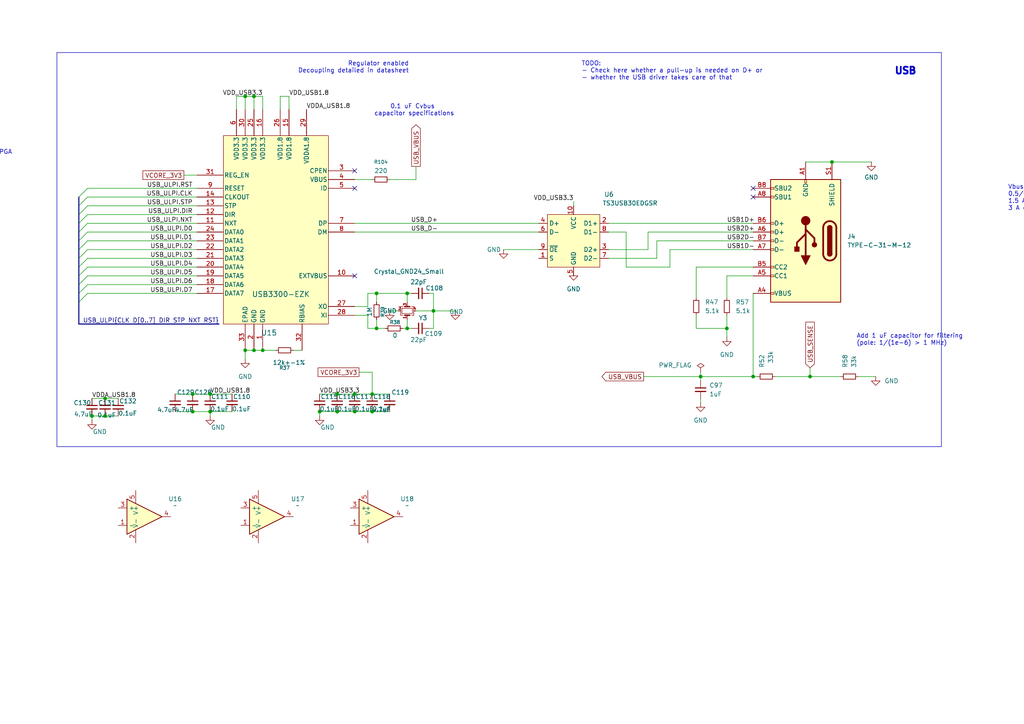
<source format=kicad_sch>
(kicad_sch (version 20250114) (generator "eeschema") (generator_version "9.0")
  (paper "A4")
  (lib_symbols
    (symbol "COS3201:COS3201"
      (property "Reference" "U" (at -1.27 -1.524 0))
      (symbol "COS3201_0_1"
        (polyline (pts (xy -10.16 5.08) (xy 0 0) (xy -10.16 -5.08) (xy -10.16 5.08)) (stroke (width 0.254)) (fill (type background)))
      )
      (symbol "COS3201_1_1"
        (pin input line (at -12.7 2.54 0) (length 2.54) (name "+") (number "3"))
        (pin input line (at -12.7 -2.54 0) (length 2.54) (name "-") (number "1"))
        (pin power_in line (at -7.62 7.62 270) (length 3.81) (name "V+") (number "5"))
        (pin power_in line (at -7.62 -7.62 90) (length 3.81) (name "V-") (number "2"))
        (pin open_collector line (at 2.54 0 180) (length 2.54) (name "~") (number "4"))
      )
    )
    (symbol "Connector:USB_C_Receptacle_USB2.0_16P" (pin_names (offset 1.016))
      (property "Reference" "J" (at 0 22.225 0))
      (property "Value" "USB_C_Receptacle_USB2.0_16P" (at 0 19.685 0))
      (symbol "USB_C_Receptacle_USB2.0_16P_0_0"
        (rectangle (start -0.254 -17.78) (end 0.254 -16.764))
        (rectangle (start 10.16 15.494) (end 9.144 14.986))
        (rectangle (start 10.16 10.414) (end 9.144 9.906))
        (rectangle (start 10.16 7.874) (end 9.144 7.366))
        (rectangle (start 10.16 2.794) (end 9.144 2.286))
        (rectangle (start 10.16 0.254) (end 9.144 -0.254))
        (rectangle (start 10.16 -2.286) (end 9.144 -2.794))
        (rectangle (start 10.16 -4.826) (end 9.144 -5.334))
        (rectangle (start 10.16 -12.446) (end 9.144 -12.954))
        (rectangle (start 10.16 -14.986) (end 9.144 -15.494))
      )
      (symbol "USB_C_Receptacle_USB2.0_16P_0_1"
        (rectangle (start -10.16 17.78) (end 10.16 -17.78) (stroke (width 0.254)) (fill (type background)))
        (polyline (pts (xy -8.89 -3.81) (xy -8.89 3.81)) (stroke (width 0.508)))
        (rectangle (start -7.62 -3.81) (end -6.35 3.81) (stroke (width 0.254)) (fill (type outline)))
        (arc (start -7.62 3.81) (mid -6.985 4.4423) (end -6.35 3.81) (stroke (width 0.254)))
        (arc (start -7.62 3.81) (mid -6.985 4.4423) (end -6.35 3.81) (stroke (width 0.254)) (fill (type outline)))
        (arc (start -8.89 3.81) (mid -6.985 5.7067) (end -5.08 3.81) (stroke (width 0.508)))
        (arc (start -5.08 -3.81) (mid -6.985 -5.7067) (end -8.89 -3.81) (stroke (width 0.508)))
        (arc (start -6.35 -3.81) (mid -6.985 -4.4423) (end -7.62 -3.81) (stroke (width 0.254)))
        (arc (start -6.35 -3.81) (mid -6.985 -4.4423) (end -7.62 -3.81) (stroke (width 0.254)) (fill (type outline)))
        (polyline (pts (xy -5.08 3.81) (xy -5.08 -3.81)) (stroke (width 0.508)))
        (circle (center -2.54 1.143) (radius 0.635) (stroke (width 0.254)) (fill (type outline)))
        (polyline (pts (xy -1.27 4.318) (xy 0 6.858) (xy 1.27 4.318) (xy -1.27 4.318)) (stroke (width 0.254)) (fill (type outline)))
        (polyline (pts (xy 0 -2.032) (xy 2.54 0.508) (xy 2.54 1.778)) (stroke (width 0.508)))
        (polyline (pts (xy 0 -3.302) (xy -2.54 -0.762) (xy -2.54 0.508)) (stroke (width 0.508)))
        (polyline (pts (xy 0 -5.842) (xy 0 4.318)) (stroke (width 0.508)))
        (circle (center 0 -5.842) (radius 1.27) (fill (type outline)))
        (rectangle (start 1.905 1.778) (end 3.175 3.048) (stroke (width 0.254)) (fill (type outline)))
      )
      (symbol "USB_C_Receptacle_USB2.0_16P_1_1"
        (pin passive line (at -7.62 -22.86 90) (length 5.08) (name "SHIELD") (number "S1"))
        (pin passive line (at 0 -22.86 90) (length 5.08) (name "GND") (number "A1"))
        (pin passive line (at 0 -22.86 90) (length 5.08) (hide yes) (name "GND") (number "A12"))
        (pin passive line (at 0 -22.86 90) (length 5.08) (hide yes) (name "GND") (number "B1"))
        (pin passive line (at 0 -22.86 90) (length 5.08) (hide yes) (name "GND") (number "B12"))
        (pin passive line (at 15.24 15.24 180) (length 5.08) (name "VBUS") (number "A4"))
        (pin passive line (at 15.24 15.24 180) (length 5.08) (hide yes) (name "VBUS") (number "A9"))
        (pin passive line (at 15.24 15.24 180) (length 5.08) (hide yes) (name "VBUS") (number "B4"))
        (pin passive line (at 15.24 15.24 180) (length 5.08) (hide yes) (name "VBUS") (number "B9"))
        (pin bidirectional line (at 15.24 10.16 180) (length 5.08) (name "CC1") (number "A5"))
        (pin bidirectional line (at 15.24 7.62 180) (length 5.08) (name "CC2") (number "B5"))
        (pin bidirectional line (at 15.24 2.54 180) (length 5.08) (name "D-") (number "A7"))
        (pin bidirectional line (at 15.24 0 180) (length 5.08) (name "D-") (number "B7"))
        (pin bidirectional line (at 15.24 -2.54 180) (length 5.08) (name "D+") (number "A6"))
        (pin bidirectional line (at 15.24 -5.08 180) (length 5.08) (name "D+") (number "B6"))
        (pin bidirectional line (at 15.24 -12.7 180) (length 5.08) (name "SBU1") (number "A8"))
        (pin bidirectional line (at 15.24 -15.24 180) (length 5.08) (name "SBU2") (number "B8"))
      )
    )
    (symbol "Device:C_Small" (pin_numbers (hide yes)) (pin_names (offset 0.254) (hide yes))
      (property "Reference" "C" (at 0.254 1.778 0))
      (property "Value" "C_Small" (at 0.254 -2.032 0))
      (symbol "C_Small_0_1"
        (polyline (pts (xy -1.524 0.508) (xy 1.524 0.508)) (stroke (width 0.3048)))
        (polyline (pts (xy -1.524 -0.508) (xy 1.524 -0.508)) (stroke (width 0.3302)))
      )
      (symbol "C_Small_1_1"
        (pin passive line (at 0 2.54 270) (length 2.032) (name "~") (number "1"))
        (pin passive line (at 0 -2.54 90) (length 2.032) (name "~") (number "2"))
      )
    )
    (symbol "Device:Crystal_GND24_Small" (pin_names (offset 1.016) (hide yes))
      (property "Reference" "Y" (at 1.27 4.445 0))
      (property "Value" "Crystal_GND24_Small" (at 1.27 2.54 0))
      (symbol "Crystal_GND24_Small_0_1"
        (polyline (pts (xy -1.27 1.27) (xy -1.27 1.905) (xy 1.27 1.905) (xy 1.27 1.27)))
        (polyline (pts (xy -1.27 -0.762) (xy -1.27 0.762)) (stroke (width 0.381)))
        (polyline (pts (xy -1.27 -1.27) (xy -1.27 -1.905) (xy 1.27 -1.905) (xy 1.27 -1.27)))
        (rectangle (start -0.762 -1.524) (end 0.762 1.524))
        (polyline (pts (xy 1.27 -0.762) (xy 1.27 0.762)) (stroke (width 0.381)))
      )
      (symbol "Crystal_GND24_Small_1_1"
        (pin passive line (at -2.54 0 0) (length 1.27) (name "1") (number "1"))
        (pin passive line (at 0 2.54 270) (length 0.635) (name "4") (number "4"))
        (pin passive line (at 0 -2.54 90) (length 0.635) (name "2") (number "2"))
        (pin passive line (at 2.54 0 180) (length 1.27) (name "3") (number "3"))
      )
    )
    (symbol "Device:R_Small" (pin_numbers (hide yes)) (pin_names (offset 0.254) (hide yes))
      (property "Reference" "R" (at 0 0 90))
      (property "Value" "R_Small" (at 1.778 0 90))
      (symbol "R_Small_0_1"
        (rectangle (start -0.762 1.778) (end 0.762 -1.778) (stroke (width 0.2032)))
      )
      (symbol "R_Small_1_1"
        (pin passive line (at 0 2.54 270) (length 0.762) (name "~") (number "1"))
        (pin passive line (at 0 -2.54 90) (length 0.762) (name "~") (number "2"))
      )
    )
    (symbol "Interface_USB:TS3USB30EDGSR"
      (property "Reference" "U" (at -6.35 8.89 0))
      (property "Value" "TS3USB30EDGSR" (at 8.89 8.89 0))
      (symbol "TS3USB30EDGSR_1_1"
        (rectangle (start -7.62 7.62) (end 7.62 -7.62) (fill (type background)))
        (pin bidirectional line (at -10.16 5.08 0) (length 2.54) (name "D+") (number "4"))
        (pin bidirectional line (at -10.16 2.54 0) (length 2.54) (name "D-") (number "6"))
        (pin input line (at -10.16 -2.54 0) (length 2.54) (name "~{OE}") (number "9"))
        (pin input line (at -10.16 -5.08 0) (length 2.54) (name "S") (number "1"))
        (pin power_in line (at 0 10.16 270) (length 2.54) (name "VCC") (number "10"))
        (pin power_in line (at 0 -10.16 90) (length 2.54) (name "GND") (number "5"))
        (pin bidirectional line (at 10.16 5.08 180) (length 2.54) (name "D1+") (number "2"))
        (pin bidirectional line (at 10.16 2.54 180) (length 2.54) (name "D1-") (number "8"))
        (pin bidirectional line (at 10.16 -2.54 180) (length 2.54) (name "D2+") (number "3"))
        (pin bidirectional line (at 10.16 -5.08 180) (length 2.54) (name "D2-") (number "7"))
      )
    )
    (symbol "USB3300-EZK:USB3300-EZK" (pin_names (offset 0.254))
      (property "Reference" "U" (at 38.1 10.16 0))
      (property "Value" "USB3300-EZK" (at 5.334 8.636 0))
      (symbol "USB3300-EZK_0_1"
        (pin output line (at 13.97 -6.35 0) (length 7.62) (name "CPEN") (number "3"))
        (pin bidirectional line (at 13.97 -8.89 0) (length 7.62) (name "VBUS") (number "4"))
        (pin input line (at 13.97 -11.43 0) (length 7.62) (name "ID") (number "5"))
        (pin bidirectional line (at 13.97 -21.59 0) (length 7.62) (name "DP") (number "7"))
        (pin bidirectional line (at 13.97 -24.13 0) (length 7.62) (name "DM") (number "8"))
        (pin input line (at 13.97 -36.83 0) (length 7.62) (name "EXTVBUS") (number "10"))
        (pin output line (at 13.97 -45.72 0) (length 7.62) (name "XO") (number "27"))
        (pin input line (at 13.97 -48.26 0) (length 7.62) (name "XI") (number "28"))
        (pin power_in line (at 27.94 11.43 270) (length 7.62) (name "VDDA1.8") (number "29"))
        (pin unspecified line (at 29.21 -58.42 90) (length 7.62) (name "RBIAS") (number "32"))
        (pin power_in line (at 33.02 11.43 270) (length 7.62) (name "VDD1.8") (number "15"))
        (pin power_in line (at 35.56 11.43 270) (length 7.62) (name "VDD1.8") (number "26"))
        (pin power_in line (at 40.64 11.43 270) (length 7.62) (name "VDD3.3") (number "16"))
        (pin power_in line (at 40.64 -58.42 90) (length 7.62) (name "GND") (number "1"))
        (pin power_in line (at 43.18 11.43 270) (length 7.62) (name "VDD3.3") (number "25"))
        (pin power_in line (at 43.18 -58.42 90) (length 7.62) (name "GND") (number "2"))
        (pin power_in line (at 45.72 11.43 270) (length 7.62) (name "VDD3.3") (number "30"))
        (pin unspecified line (at 45.72 -58.42 90) (length 7.62) (name "EPAD") (number "33"))
        (pin power_in line (at 48.26 11.43 270) (length 7.62) (name "VDD3.3") (number "6"))
        (pin bidirectional line (at 59.69 -7.62 180) (length 7.62) (name "REG_EN") (number "31"))
        (pin input line (at 59.69 -11.43 180) (length 7.62) (name "RESET") (number "9"))
        (pin output line (at 59.69 -13.97 180) (length 7.62) (name "CLKOUT") (number "14"))
        (pin input line (at 59.69 -16.51 180) (length 7.62) (name "STP") (number "13"))
        (pin output line (at 59.69 -19.05 180) (length 7.62) (name "DIR") (number "12"))
        (pin output line (at 59.69 -21.59 180) (length 7.62) (name "NXT") (number "11"))
        (pin bidirectional line (at 59.69 -24.13 180) (length 7.62) (name "DATA0") (number "24"))
        (pin bidirectional line (at 59.69 -26.67 180) (length 7.62) (name "DATA1") (number "23"))
        (pin bidirectional line (at 59.69 -29.21 180) (length 7.62) (name "DATA2") (number "22"))
        (pin bidirectional line (at 59.69 -31.75 180) (length 7.62) (name "DATA3") (number "21"))
        (pin bidirectional line (at 59.69 -34.29 180) (length 7.62) (name "DATA4") (number "20"))
        (pin bidirectional line (at 59.69 -36.83 180) (length 7.62) (name "DATA5") (number "19"))
        (pin bidirectional line (at 59.69 -39.37 180) (length 7.62) (name "DATA6") (number "18"))
        (pin bidirectional line (at 59.69 -41.91 180) (length 7.62) (name "DATA7") (number "17"))
      )
      (symbol "USB3300-EZK_1_1"
        (rectangle (start 21.59 3.81) (end 52.07 -50.8) (fill (type background)))
      )
    )
    (symbol "power:GND" (power) (pin_numbers (hide yes)) (pin_names (offset 0) (hide yes))
      (property "Value" "GND" (at 0 -3.81 0))
      (symbol "GND_0_1"
        (polyline (pts (xy 0 0) (xy 0 -1.27) (xy 1.27 -1.27) (xy 0 -2.54) (xy -1.27 -1.27) (xy 0 -1.27)))
      )
      (symbol "GND_1_1"
        (pin power_in line (at 0 0 270) (length 0) (name "~") (number "1"))
      )
    )
    (symbol "power:PWR_FLAG" (power) (pin_numbers (hide yes)) (pin_names (offset 0) (hide yes))
      (property "Value" "PWR_FLAG" (at 0 3.81 0))
      (symbol "PWR_FLAG_0_0"
        (pin power_out line (at 0 0 90) (length 0) (name "~") (number "1"))
      )
      (symbol "PWR_FLAG_0_1"
        (polyline (pts (xy 0 0) (xy 0 1.27) (xy -1.016 1.905) (xy 0 2.54) (xy 1.016 1.905) (xy 0 1.27)))
      )
    )
  )
  (rectangle (start 16.51 15.24) (end 273.05 129.54))
  (text "Vbus sensing: \n0.5/0.9 A @ 5V: Rsource = 51 kOhm, Vdiv = 0.45 V\n1.5 A @ 5V: Rsource = 22 kOhm, Vdiv = 0.94 V\n3 A @ 5V: Rsource = 10 kOhm, Vdiv = 1.69 V" (at 292.354 61.214 0) (effects (font (size 1.27 1.27)) (justify left bottom)))
  (text "Add 1 uF capacitor for filtering \n(pole: 1/(1e-6) > 1 MHz)" (at 248.412 100.33 0) (effects (font (size 1.27 1.27)) (justify left bottom)))
  (text "0.1 uF Cvbus \ncapacitor specifications" (at 120.142 32.004 0) (effects (font (size 1.27 1.27))))
  (text "FETs / Diodes: reverse current flow protection of FPGA" (at -50.546 44.958 0) (effects (font (size 1.27 1.27)) (justify left bottom)))
  (text "TODO: \n- Check here whether a pull-up is needed on D+ or \n- whether the USB driver takes care of that" (at 168.656 23.368 0) (effects (font (size 1.27 1.27)) (justify left bottom)))
  (text "Regulator enabled\nDecoupling detailed in datasheet" (at 118.618 21.336 0) (effects (font (size 1.27 1.27)) (justify right bottom)))
  (text_box "USB\n" (at 257.81 17.78 0) (size 10.16 5.08) (margins 1.4999 1.4999 1.4999 1.4999) (stroke (width -0.0001)) (effects (font (size 2 2) (thickness 2) (bold yes)) (justify left top)))
  (junction (at 71.12 101.6))
  (junction (at 26.67 120.65))
  (junction (at 210.82 95.25))
  (junction (at 102.87 114.3))
  (junction (at 234.95 109.22))
  (junction (at 92.71 119.38))
  (junction (at 107.95 119.38))
  (junction (at 60.96 114.3))
  (junction (at 109.22 95.25))
  (junction (at 30.48 120.65))
  (junction (at 125.73 90.17))
  (junction (at 97.79 114.3))
  (junction (at 76.2 101.6))
  (junction (at 107.95 114.3))
  (junction (at 118.11 95.25))
  (junction (at 118.11 85.09))
  (junction (at 241.3 46.99))
  (junction (at 55.88 119.38))
  (junction (at 109.22 85.09))
  (junction (at 73.66 101.6))
  (junction (at 30.48 115.57))
  (junction (at 55.88 114.3))
  (junction (at 71.12 27.94))
  (junction (at 73.66 27.94))
  (junction (at 102.87 119.38))
  (junction (at 218.44 109.22))
  (junction (at 60.96 119.38))
  (junction (at 203.2 109.22))
  (junction (at 97.79 119.38))
  (no_connect (at 218.44 54.61))
  (no_connect (at 218.44 57.15))
  (no_connect (at 102.87 49.53))
  (no_connect (at 102.87 80.01))
  (no_connect (at 102.87 54.61))
  (bus_entry (at 25.4 62.23) (size -2.54 2.54))
  (bus_entry (at 25.4 82.55) (size -2.54 2.54))
  (bus_entry (at 25.4 57.15) (size -2.54 2.54))
  (bus_entry (at 25.4 72.39) (size -2.54 2.54))
  (bus_entry (at 25.4 67.31) (size -2.54 2.54))
  (bus_entry (at 25.4 80.01) (size -2.54 2.54))
  (bus_entry (at 25.4 64.77) (size -2.54 2.54))
  (bus_entry (at 25.4 54.61) (size -2.54 2.54))
  (bus_entry (at 25.4 59.69) (size -2.54 2.54))
  (bus_entry (at 25.4 74.93) (size -2.54 2.54))
  (bus_entry (at 25.4 69.85) (size -2.54 2.54))
  (bus_entry (at 25.4 85.09) (size -2.54 2.54))
  (bus_entry (at 25.4 77.47) (size -2.54 2.54))
  (wire (pts (xy 106.68 85.09) (xy 106.68 88.9)))
  (wire (pts (xy 92.71 119.38) (xy 97.79 119.38)))
  (wire (pts (xy 55.88 119.38) (xy 60.96 119.38)))
  (wire (pts (xy 57.15 82.55) (xy 25.4 82.55)))
  (wire (pts (xy 176.53 74.93) (xy 190.5 74.93)))
  (wire (pts (xy 55.88 114.3) (xy 60.96 114.3)))
  (wire (pts (xy 30.48 115.57) (xy 34.29 115.57)))
  (wire (pts (xy 26.67 120.65) (xy 26.67 121.92)))
  (wire (pts (xy 73.66 27.94) (xy 73.66 31.75)))
  (bus (pts (xy 22.86 87.63) (xy 22.86 85.09)))
  (wire (pts (xy 60.96 114.3) (xy 67.31 114.3)))
  (wire (pts (xy 166.37 59.69) (xy 166.37 58.42)))
  (wire (pts (xy 97.79 119.38) (xy 102.87 119.38)))
  (wire (pts (xy 76.2 101.6) (xy 73.66 101.6)))
  (wire (pts (xy 30.48 120.65) (xy 34.29 120.65)))
  (wire (pts (xy 102.87 64.77) (xy 156.21 64.77)))
  (wire (pts (xy 68.58 27.94) (xy 68.58 31.75)))
  (bus (pts (xy 22.86 93.98) (xy 22.86 87.63)))
  (bus (pts (xy 22.86 59.69) (xy 22.86 62.23)))
  (wire (pts (xy 125.73 95.25) (xy 124.46 95.25)))
  (wire (pts (xy 176.53 64.77) (xy 218.44 64.77)))
  (wire (pts (xy 234.95 109.22) (xy 243.84 109.22)))
  (wire (pts (xy 186.69 109.22) (xy 203.2 109.22)))
  (wire (pts (xy 57.15 50.8) (xy 53.34 50.8)))
  (wire (pts (xy 57.15 59.69) (xy 25.4 59.69)))
  (wire (pts (xy 57.15 64.77) (xy 25.4 64.77)))
  (wire (pts (xy 210.82 95.25) (xy 210.82 97.79)))
  (wire (pts (xy 125.73 90.17) (xy 132.08 90.17)))
  (wire (pts (xy 26.67 120.65) (xy 30.48 120.65)))
  (wire (pts (xy 120.65 48.26) (xy 120.65 52.07)))
  (wire (pts (xy 50.8 119.38) (xy 55.88 119.38)))
  (wire (pts (xy 57.15 80.01) (xy 25.4 80.01)))
  (wire (pts (xy 201.93 77.47) (xy 201.93 86.36)))
  (wire (pts (xy 106.68 88.9) (xy 102.87 88.9)))
  (wire (pts (xy 210.82 80.01) (xy 218.44 80.01)))
  (bus (pts (xy 22.86 69.85) (xy 22.86 67.31)))
  (wire (pts (xy 104.14 107.95) (xy 107.95 107.95)))
  (wire (pts (xy 210.82 91.44) (xy 210.82 95.25)))
  (wire (pts (xy 73.66 27.94) (xy 71.12 27.94)))
  (wire (pts (xy 71.12 27.94) (xy 71.12 31.75)))
  (wire (pts (xy 109.22 92.71) (xy 109.22 95.25)))
  (wire (pts (xy 203.2 109.22) (xy 203.2 107.95)))
  (wire (pts (xy 50.8 114.3) (xy 55.88 114.3)))
  (wire (pts (xy 85.09 101.6) (xy 87.63 101.6)))
  (wire (pts (xy 210.82 80.01) (xy 210.82 86.36)))
  (wire (pts (xy 187.96 72.39) (xy 176.53 72.39)))
  (wire (pts (xy 118.11 95.25) (xy 116.84 95.25)))
  (bus (pts (xy 22.86 72.39) (xy 22.86 69.85)))
  (wire (pts (xy 113.03 52.07) (xy 120.65 52.07)))
  (wire (pts (xy 97.79 114.3) (xy 102.87 114.3)))
  (wire (pts (xy 125.73 90.17) (xy 125.73 95.25)))
  (wire (pts (xy 73.66 101.6) (xy 71.12 101.6)))
  (wire (pts (xy 107.95 107.95) (xy 107.95 114.3)))
  (wire (pts (xy 57.15 77.47) (xy 25.4 77.47)))
  (wire (pts (xy 102.87 67.31) (xy 156.21 67.31)))
  (wire (pts (xy 71.12 27.94) (xy 68.58 27.94)))
  (wire (pts (xy 92.71 120.65) (xy 92.71 119.38)))
  (wire (pts (xy 181.61 67.31) (xy 176.53 67.31)))
  (wire (pts (xy 181.61 77.47) (xy 181.61 67.31)))
  (wire (pts (xy 187.96 67.31) (xy 218.44 67.31)))
  (wire (pts (xy 187.96 72.39) (xy 187.96 67.31)))
  (wire (pts (xy 57.15 57.15) (xy 25.4 57.15)))
  (bus (pts (xy 22.86 80.01) (xy 22.86 77.47)))
  (wire (pts (xy 203.2 115.57) (xy 203.2 116.84)))
  (wire (pts (xy 109.22 85.09) (xy 109.22 87.63)))
  (wire (pts (xy 83.82 27.94) (xy 81.28 27.94)))
  (wire (pts (xy 106.68 91.44) (xy 106.68 95.25)))
  (wire (pts (xy 111.76 95.25) (xy 109.22 95.25)))
  (bus (pts (xy 22.86 85.09) (xy 22.86 82.55)))
  (wire (pts (xy 218.44 109.22) (xy 219.71 109.22)))
  (wire (pts (xy 71.12 101.6) (xy 71.12 104.14)))
  (wire (pts (xy 83.82 27.94) (xy 83.82 31.75)))
  (wire (pts (xy 106.68 91.44) (xy 102.87 91.44)))
  (wire (pts (xy 57.15 85.09) (xy 25.4 85.09)))
  (wire (pts (xy 115.57 90.17) (xy 113.03 90.17)))
  (wire (pts (xy 60.96 119.38) (xy 67.31 119.38)))
  (wire (pts (xy 118.11 85.09) (xy 109.22 85.09)))
  (wire (pts (xy 234.95 109.22) (xy 234.95 106.68)))
  (bus (pts (xy 63.5 93.98) (xy 22.86 93.98)))
  (wire (pts (xy 57.15 62.23) (xy 25.4 62.23)))
  (wire (pts (xy 233.68 46.99) (xy 241.3 46.99)))
  (wire (pts (xy 76.2 27.94) (xy 73.66 27.94)))
  (wire (pts (xy 190.5 74.93) (xy 190.5 69.85)))
  (wire (pts (xy 102.87 114.3) (xy 107.95 114.3)))
  (wire (pts (xy 218.44 85.09) (xy 218.44 109.22)))
  (wire (pts (xy 118.11 85.09) (xy 118.11 87.63)))
  (wire (pts (xy 241.3 46.99) (xy 252.73 46.99)))
  (wire (pts (xy 102.87 119.38) (xy 107.95 119.38)))
  (wire (pts (xy 92.71 114.3) (xy 97.79 114.3)))
  (wire (pts (xy 102.87 52.07) (xy 107.95 52.07)))
  (wire (pts (xy 120.65 90.17) (xy 125.73 90.17)))
  (wire (pts (xy 109.22 95.25) (xy 106.68 95.25)))
  (wire (pts (xy 118.11 92.71) (xy 118.11 95.25)))
  (wire (pts (xy 218.44 77.47) (xy 201.93 77.47)))
  (wire (pts (xy 248.92 109.22) (xy 254 109.22)))
  (wire (pts (xy 201.93 95.25) (xy 210.82 95.25)))
  (bus (pts (xy 22.86 82.55) (xy 22.86 80.01)))
  (wire (pts (xy 119.38 85.09) (xy 118.11 85.09)))
  (wire (pts (xy 194.31 72.39) (xy 194.31 77.47)))
  (wire (pts (xy 203.2 109.22) (xy 218.44 109.22)))
  (wire (pts (xy 224.79 109.22) (xy 234.95 109.22)))
  (wire (pts (xy 26.67 115.57) (xy 30.48 115.57)))
  (wire (pts (xy 194.31 77.47) (xy 181.61 77.47)))
  (wire (pts (xy 107.95 114.3) (xy 113.03 114.3)))
  (wire (pts (xy 107.95 119.38) (xy 113.03 119.38)))
  (wire (pts (xy 57.15 69.85) (xy 25.4 69.85)))
  (wire (pts (xy 146.05 72.39) (xy 156.21 72.39)))
  (wire (pts (xy 80.01 101.6) (xy 76.2 101.6)))
  (wire (pts (xy 57.15 54.61) (xy 25.4 54.61)))
  (wire (pts (xy 194.31 72.39) (xy 218.44 72.39)))
  (wire (pts (xy 60.96 120.65) (xy 60.96 119.38)))
  (wire (pts (xy 125.73 85.09) (xy 125.73 90.17)))
  (wire (pts (xy 190.5 69.85) (xy 218.44 69.85)))
  (wire (pts (xy 57.15 72.39) (xy 25.4 72.39)))
  (wire (pts (xy 57.15 67.31) (xy 25.4 67.31)))
  (wire (pts (xy 201.93 91.44) (xy 201.93 95.25)))
  (wire (pts (xy 109.22 85.09) (xy 106.68 85.09)))
  (bus (pts (xy 22.86 57.15) (xy 22.86 59.69)))
  (wire (pts (xy 118.11 95.25) (xy 119.38 95.25)))
  (wire (pts (xy 57.15 74.93) (xy 25.4 74.93)))
  (wire (pts (xy 125.73 85.09) (xy 124.46 85.09)))
  (wire (pts (xy 76.2 31.75) (xy 76.2 27.94)))
  (bus (pts (xy 22.86 67.31) (xy 22.86 64.77)))
  (wire (pts (xy 203.2 110.49) (xy 203.2 109.22)))
  (wire (pts (xy 166.37 80.01) (xy 166.37 78.74)))
  (bus (pts (xy 22.86 64.77) (xy 22.86 62.23)))
  (wire (pts (xy 81.28 27.94) (xy 81.28 31.75)))
  (bus (pts (xy 22.86 77.47) (xy 22.86 74.93)))
  (bus (pts (xy 22.86 74.93) (xy 22.86 72.39)))
  (label "USB_ULPI.D3" (at 55.88 74.93 180))
  (label "USB_ULPI.NXT" (at 55.88 64.77 180))
  (label "USB_D-" (at 127 67.31 180))
  (label "USB_ULPI.D2" (at 55.88 72.39 180))
  (label "VDD_USB3.3" (at 166.37 58.42 180))
  (label "USB_ULPI.D4" (at 55.88 77.47 180))
  (label "USB2D-" (at 210.82 69.85 0))
  (label "USB_ULPI.D7" (at 55.88 85.09 180))
  (label "VDD_USB3.3" (at 92.71 114.3 0))
  (label "VDDA_USB1.8" (at 26.67 115.57 0))
  (label "USB_ULPI.STP" (at 55.88 59.69 180))
  (label "VDD_USB3.3" (at 76.2 27.94 180))
  (label "USB_D+" (at 127 64.77 180))
  (label "VDD_USB1.8" (at 83.82 27.94 0))
  (label "USB1D+" (at 210.82 64.77 0))
  (label "USB1D-" (at 210.82 72.39 0))
  (label "USB_ULPI.D6" (at 55.88 82.55 180))
  (label "USB_ULPI.DIR" (at 55.88 62.23 180))
  (label "VDDA_USB1.8" (at 88.9 31.75 0))
  (label "USB_ULPI.CLK" (at 55.88 57.15 180))
  (label "USB_ULPI.D0" (at 55.88 67.31 180))
  (label "USB_ULPI.D1" (at 55.88 69.85 180))
  (label "USB2D+" (at 210.82 67.31 0))
  (label "USB_ULPI.D5" (at 55.88 80.01 180))
  (label "VDD_USB1.8" (at 60.96 114.3 0))
  (label "USB_ULPI{CLK D[0..7] DIR STP NXT RST}" (at 63.5 93.98 180))
  (label "USB_ULPI.RST" (at 55.88 54.61 180))
  (global_label "USB_VBUS" (shape output) (at 186.69 109.22 180) (property "Intersheetrefs" "${INTERSHEET_REFS}" (effects (hide yes))))
  (global_label "VCORE_3V3" (shape passive) (at 104.14 107.95 180) (property "Intersheetrefs" "${INTERSHEET_REFS}" (effects (hide yes))))
  (global_label "VCORE_3V3" (shape passive) (at 53.34 50.8 180) (property "Intersheetrefs" "${INTERSHEET_REFS}" (effects (hide yes))))
  (global_label "USB_SENSE" (shape input) (at 234.95 106.68 90) (property "Intersheetrefs" "${INTERSHEET_REFS}" (effects (hide yes))))
  (global_label "USB_VBUS" (shape output) (at 120.65 48.26 90) (property "Intersheetrefs" "${INTERSHEET_REFS}" (effects (hide yes))))
  (symbol (lib_id "Device:R_Small") (at 222.25 109.22 90) (unit 1)
    (property "Reference" "R52" (at 220.98 106.68 0) (effects (justify left)))
    (property "Value" "33k" (at 223.52 105.41 0) (effects (justify left)))
    (property "Footprint" "Resistor_SMD:R_0603_1608Metric" (effects (hide yes)))
    (property "Description" "Resistor, small symbol" (effects (hide yes)))
    (property "MPN" "0603WAF3302T5E" (effects (hide yes)))
    (property "LPN" "C4216" (effects (hide yes)))
  )
  (symbol (lib_id "power:GND") (at 203.2 116.84 0) (unit 1)
    (property "Reference" "#PWR086" (effects (hide yes)))
    (property "Value" "GND" (at 203.2 121.92 0))
    (property "Description" "Power symbol creates a global label with name \"GND\" , ground" (effects (hide yes)))
  )
  (symbol (lib_id "Device:C_Small") (at 67.31 116.84 0) (unit 1)
    (property "Reference" "C110" (at 67.564 115.062 0) (effects (justify left)))
    (property "Value" "0.1uF" (at 67.31 118.618 0) (effects (justify left)))
    (property "Footprint" "Capacitor_SMD:C_0402_1005Metric" (effects (hide yes)))
    (property "Description" "X7R" (effects (hide yes)))
    (property "LPN" "C307331" (effects (hide yes)))
    (property "MPN" "CL05B104KB54PNC" (effects (hide yes)))
  )
  (symbol (lib_id "Interface_USB:TS3USB30EDGSR") (at 166.37 69.85 0) (unit 1)
    (property "Reference" "U6" (at 175.26 56.388 0) (effects (justify left)))
    (property "Value" "TS3USB30EDGSR" (at 174.752 58.928 0) (effects (justify left)))
    (property "Footprint" "Package_SO:VSSOP-10_3x3mm_P0.5mm" (effects (hide yes)))
    (property "Datasheet" "https://www.ti.com/lit/ds/symlink/ts3usb30e.pdf" (effects (hide yes)))
    (property "Description" "ESD-Protected, High-Speed USB 2.0 (480-Mbps) 1:2 Multiplexer/Demultiplexer Switch With Single Enable, VSSOP-10" (effects (hide yes)))
    (property "LPN" "C131998" (effects (hide yes)))
    (property "MPN" "TS3USB30EDGSR " (effects (hide yes)))
  )
  (symbol (lib_id "Device:R_Small") (at 246.38 109.22 90) (unit 1)
    (property "Reference" "R58" (at 245.11 106.68 0) (effects (justify left)))
    (property "Value" "33k" (at 247.65 106.68 0) (effects (justify left)))
    (property "Footprint" "Resistor_SMD:R_0603_1608Metric" (effects (hide yes)))
    (property "Description" "Resistor, small symbol" (effects (hide yes)))
    (property "Manufacturing part number" "0603WAF3302T5E" (effects (hide yes)))
    (property "LPN" "C4216" (effects (hide yes)))
  )
  (symbol (lib_id "power:GND") (at 210.82 97.79 0) (unit 1)
    (property "Reference" "#PWR087" (effects (hide yes)))
    (property "Value" "GND" (at 210.82 102.87 0))
    (property "Description" "Power symbol creates a global label with name \"GND\" , ground" (effects (hide yes)))
  )
  (symbol (lib_id "Device:C_Small") (at 102.87 116.84 0) (unit 1)
    (property "Reference" "C117" (at 103.124 115.062 0) (effects (justify left)))
    (property "Value" "0.1uF" (at 102.87 118.618 0) (effects (justify left)))
    (property "Footprint" "Capacitor_SMD:C_0402_1005Metric" (effects (hide yes)))
    (property "Description" "X7R" (effects (hide yes)))
    (property "LPN" "C307331" (effects (hide yes)))
    (property "MPN" "CL05B104KB54PNC" (effects (hide yes)))
  )
  (symbol (lib_id "Connector:USB_C_Receptacle_USB2.0_16P") (at 233.68 69.85 180) (unit 1)
    (property "Reference" "J4" (at 245.745 68.58 0) (effects (justify right)))
    (property "Value" "TYPE-C-31-M-12" (at 245.745 71.12 0) (effects (justify right)))
    (property "Footprint" "Connector_USB:USB_C_Receptacle_HRO_TYPE-C-31-M-12" (effects (hide yes)))
    (property "Datasheet" "https://www.usb.org/sites/default/files/documents/usb_type-c.zip" (effects (hide yes)))
    (property "Description" "USB 2.0-only 16P Type-C Receptacle connector" (effects (hide yes)))
    (property "MPN" "TYPE-C-31-M-12" (effects (hide yes)))
    (property "LPN" "C165948" (effects (hide yes)))
  )
  (symbol (lib_id "Device:R_Small") (at 109.22 90.17 0) (mirror x) (unit 1)
    (property "Reference" "R39" (at 110.998 90.424 90) (effects (font (size 1.016 1.016))))
    (property "Value" "1M" (at 107.188 90.424 90))
    (property "Footprint" "Resistor_SMD:R_0402_1005Metric" (effects (hide yes)))
    (property "Datasheet" "https://jlcpcb.com/api/file/downloadByFileSystemAccessId/8579705944068186112" (effects (hide yes)))
    (property "Description" "Resistor, small symbol" (effects (hide yes)))
    (property "LPN" "C26083" (effects (hide yes)))
    (property "MPN" "0402WGF1004TCE" (effects (hide yes)))
  )
  (symbol (lib_id "Device:C_Small") (at 34.29 118.11 0) (unit 1)
    (property "Reference" "C132" (at 34.544 116.332 0) (effects (justify left)))
    (property "Value" "0.1uF" (at 34.29 119.888 0) (effects (justify left)))
    (property "Footprint" "Capacitor_SMD:C_0402_1005Metric" (effects (hide yes)))
    (property "Description" "X7R" (effects (hide yes)))
    (property "LPN" "C307331" (effects (hide yes)))
    (property "MPN" "CL05B104KB54PNC" (effects (hide yes)))
  )
  (symbol (lib_id "Device:C_Small") (at 203.2 113.03 0) (unit 1)
    (property "Reference" "C97" (at 205.74 111.7663 0) (effects (justify left)))
    (property "Value" "1uF" (at 205.74 114.3063 0) (effects (justify left)))
    (property "Footprint" "Capacitor_SMD:C_0805_2012Metric" (effects (hide yes)))
    (property "Description" "Unpolarized capacitor, small symbol" (effects (hide yes)))
    (property "Manufacturing part number" "CL31B105KBHNNNE" (effects (hide yes)))
    (property "LPN" "C28323" (effects (hide yes)))
    (property "MPN" "CL21B105KBFNNNE" (effects (hide yes)))
  )
  (symbol (lib_id "Device:C_Small") (at 60.96 116.84 0) (unit 1)
    (property "Reference" "C111" (at 61.214 115.062 0) (effects (justify left)))
    (property "Value" "0.1uF" (at 60.96 118.618 0) (effects (justify left)))
    (property "Footprint" "Capacitor_SMD:C_0402_1005Metric" (effects (hide yes)))
    (property "Description" "X7R" (effects (hide yes)))
    (property "LPN" "C307331" (effects (hide yes)))
    (property "MPN" "CL05B104KB54PNC" (effects (hide yes)))
  )
  (symbol (lib_id "Device:R_Small") (at 82.55 101.6 90) (mirror x) (unit 1)
    (property "Reference" "R37" (at 82.55 106.68 90) (effects (font (size 1.016 1.016))))
    (property "Value" "12k+-1%" (at 83.82 105.156 90))
    (property "Footprint" "Resistor_SMD:R_0603_1608Metric" (effects (hide yes)))
    (property "Description" "12k, should be 12.1k" (effects (hide yes)))
    (property "LPN" "C22790" (effects (hide yes)))
    (property "MPN" "0603WAF1202T5E" (effects (hide yes)))
  )
  (symbol (lib_id "Device:C_Small") (at 113.03 116.84 0) (unit 1)
    (property "Reference" "C119" (at 113.538 113.792 0) (effects (justify left)))
    (property "Value" "4.7uF" (at 113.284 118.872 0) (effects (justify right)))
    (property "Footprint" "Capacitor_SMD:C_0402_1005Metric" (effects (hide yes)))
    (property "Datasheet" "https://jlcpcb.com/api/file/downloadByFileSystemAccessId/8579707315714920448" (effects (hide yes)))
    (property "Description" "X5R, 10V" (effects (hide yes)))
    (property "LPN" "C23733" (effects (hide yes)))
    (property "MPN" "CL05A475MP5NRNC" (effects (hide yes)))
  )
  (symbol (lib_id "power:GND") (at 252.73 46.99 0) (unit 1)
    (property "Reference" "#PWR080" (effects (hide yes)))
    (property "Value" "GND" (at 252.73 51.435 0))
    (property "Description" "Power symbol creates a global label with name \"GND\" , ground" (effects (hide yes)))
  )
  (symbol (lib_id "Device:C_Small") (at 97.79 116.84 0) (unit 1)
    (property "Reference" "C116" (at 98.044 115.062 0) (effects (justify left)))
    (property "Value" "0.1uF" (at 97.79 118.618 0) (effects (justify left)))
    (property "Footprint" "Capacitor_SMD:C_0402_1005Metric" (effects (hide yes)))
    (property "Description" "X7R" (effects (hide yes)))
    (property "LPN" "C307331" (effects (hide yes)))
    (property "MPN" "CL05B104KB54PNC" (effects (hide yes)))
  )
  (symbol (lib_id "Device:R_Small") (at 114.3 95.25 270) (mirror x) (unit 1)
    (property "Reference" "R38" (at 114.554 93.472 90) (effects (font (size 1.016 1.016))))
    (property "Value" "0" (at 114.554 97.282 90))
    (property "Footprint" "Resistor_SMD:R_0402_1005Metric_Pad0.72x0.64mm_HandSolder" (effects (hide yes)))
    (property "Description" "Resistor, small symbol" (effects (hide yes)))
    (property "LPN" "C17168" (effects (hide yes)))
    (property "MPN" "0402WGF0000TCE" (effects (hide yes)))
  )
  (symbol (lib_id "COS3201:COS3201") (at 82.55 149.86 0) (unit 1)
    (property "Reference" "U17" (at 86.36 144.7098 0))
    (property "Value" "~" (at 86.36 146.6149 0))
    (property "Footprint" "Package_TO_SOT_SMD:SOT-23-5" (effects (hide yes)))
    (property "Datasheet" "https://xonstorage.blob.core.windows.net/pdf/cosine_cos3201tr_apr22_xonlink.pdf" (effects (hide yes)))
    (property "LPN" "C3035955" (effects (hide yes)))
    (property "MPN" "COS3201TR" (effects (hide yes)))
  )
  (symbol (lib_id "power:GND") (at 26.67 121.92 0) (unit 1)
    (property "Reference" "#PWR0121" (effects (hide yes)))
    (property "Value" "GND" (at 28.956 125.222 0))
    (property "Description" "Power symbol creates a global label with name \"GND\" , ground" (effects (hide yes)))
  )
  (symbol (lib_id "Device:C_Small") (at 55.88 116.84 0) (unit 1)
    (property "Reference" "C128" (at 56.388 113.792 0) (effects (justify left)))
    (property "Value" "4.7uF" (at 56.134 118.872 0) (effects (justify right)))
    (property "Footprint" "Capacitor_SMD:C_0402_1005Metric" (effects (hide yes)))
    (property "Datasheet" "https://jlcpcb.com/api/file/downloadByFileSystemAccessId/8579707315714920448" (effects (hide yes)))
    (property "Description" "X5R, 10V" (effects (hide yes)))
    (property "LPN" "C23733" (effects (hide yes)))
    (property "MPN" "CL05A475MP5NRNC" (effects (hide yes)))
  )
  (symbol (lib_id "power:GND") (at 113.03 90.17 0) (mirror y) (unit 1)
    (property "Reference" "#PWR083" (effects (hide yes)))
    (property "Value" "GND" (at 113.03 90.17 0))
    (property "Description" "Power symbol creates a global label with name \"GND\" , ground" (effects (hide yes)))
  )
  (symbol (lib_id "Device:C_Small") (at 121.92 95.25 270) (mirror x) (unit 1)
    (property "Reference" "C109" (at 125.73 96.774 90))
    (property "Value" "22pF" (at 121.412 98.552 90))
    (property "Footprint" "Capacitor_SMD:C_0402_1005Metric" (effects (hide yes)))
    (property "Datasheet" "https://jlcpcb.com/api/file/downloadByFileSystemAccessId/8579707297419231232" (effects (hide yes)))
    (property "Description" "C0G, +-5%" (effects (hide yes)))
    (property "MPN" "0402CG220J500NT" (effects (hide yes)))
    (property "LPN" "C1555" (effects (hide yes)))
  )
  (symbol (lib_id "USB3300-EZK:USB3300-EZK") (at 116.84 43.18 0) (mirror y) (unit 1)
    (property "Reference" "U15" (at 80.4067 96.52 0) (effects (font (size 1.524 1.524)) (justify left)))
    (property "Value" "USB3300-EZK" (at 89.916 85.344 0) (effects (font (size 1.524 1.524)) (justify left)))
    (property "Footprint" "fpga:QFN32_5X5MC_MCH" (effects (hide yes)))
    (property "Datasheet" "USB3300-EZK" (effects (hide yes)))
    (property "LPN" "C108383" (effects (hide yes)))
    (property "MPN" "USB3300-EZK-TR " (effects (hide yes)))
  )
  (symbol (lib_id "Device:C_Small") (at 30.48 118.11 0) (unit 1)
    (property "Reference" "C131" (at 28.448 116.84 0) (effects (justify left)))
    (property "Value" "0.1uF" (at 28.194 120.396 0) (effects (justify left)))
    (property "Footprint" "Capacitor_SMD:C_0402_1005Metric" (effects (hide yes)))
    (property "Description" "X7R" (effects (hide yes)))
    (property "LPN" "C307331" (effects (hide yes)))
    (property "MPN" "CL05B104KB54PNC" (effects (hide yes)))
  )
  (symbol (lib_id "power:GND") (at 132.08 90.17 0) (mirror y) (unit 1)
    (property "Reference" "#PWR071" (effects (hide yes)))
    (property "Value" "GND" (at 132.334 90.424 0))
    (property "Description" "Power symbol creates a global label with name \"GND\" , ground" (effects (hide yes)))
  )
  (symbol (lib_id "Device:C_Small") (at 26.67 118.11 0) (unit 1)
    (property "Reference" "C130" (at 21.336 116.84 0) (effects (justify left)))
    (property "Value" "4.7uF" (at 26.924 120.142 0) (effects (justify right)))
    (property "Footprint" "Capacitor_SMD:C_0402_1005Metric" (effects (hide yes)))
    (property "Datasheet" "https://jlcpcb.com/api/file/downloadByFileSystemAccessId/8579707315714920448" (effects (hide yes)))
    (property "Description" "X5R, 10V" (effects (hide yes)))
    (property "LPN" "C23733" (effects (hide yes)))
    (property "MPN" "CL05A475MP5NRNC" (effects (hide yes)))
  )
  (symbol (lib_id "power:GND") (at 254 109.22 0) (unit 1)
    (property "Reference" "#PWR097" (effects (hide yes)))
    (property "Value" "GND" (at 256.54 110.4899 0) (effects (justify left)))
    (property "Description" "Power symbol creates a global label with name \"GND\" , ground" (effects (hide yes)))
  )
  (symbol (lib_id "power:GND") (at 60.96 120.65 0) (unit 1)
    (property "Reference" "#PWR0101" (effects (hide yes)))
    (property "Value" "GND" (at 63.246 123.952 0))
    (property "Description" "Power symbol creates a global label with name \"GND\" , ground" (effects (hide yes)))
  )
  (symbol (lib_id "power:PWR_FLAG") (at 203.2 107.95 0) (unit 1)
    (property "Reference" "#FLG02" (effects (hide yes)))
    (property "Value" "PWR_FLAG" (at 195.834 105.918 0))
    (property "Description" "Special symbol for telling ERC where power comes from" (effects (hide yes)))
  )
  (symbol (lib_id "Device:C_Small") (at 107.95 116.84 0) (unit 1)
    (property "Reference" "C118" (at 108.204 115.062 0) (effects (justify left)))
    (property "Value" "0.1uF" (at 107.95 118.618 0) (effects (justify left)))
    (property "Footprint" "Capacitor_SMD:C_0402_1005Metric" (effects (hide yes)))
    (property "Description" "X7R" (effects (hide yes)))
    (property "LPN" "C307331" (effects (hide yes)))
    (property "MPN" "CL05B104KB54PNC" (effects (hide yes)))
  )
  (symbol (lib_id "COS3201:COS3201") (at 46.99 149.86 0) (unit 1)
    (property "Reference" "U16" (at 50.8 144.7098 0))
    (property "Value" "~" (at 50.8 146.6149 0))
    (property "Footprint" "Package_TO_SOT_SMD:SOT-23-5" (effects (hide yes)))
    (property "Datasheet" "https://xonstorage.blob.core.windows.net/pdf/cosine_cos3201tr_apr22_xonlink.pdf" (effects (hide yes)))
    (property "LPN" "C3035955" (effects (hide yes)))
    (property "MPN" "COS3201TR" (effects (hide yes)))
  )
  (symbol (lib_id "COS3201:COS3201") (at 114.3 149.86 0) (unit 1)
    (property "Reference" "U18" (at 118.11 144.7098 0))
    (property "Value" "~" (at 118.11 146.6149 0))
    (property "Footprint" "Package_TO_SOT_SMD:SOT-23-5" (effects (hide yes)))
    (property "Datasheet" "https://xonstorage.blob.core.windows.net/pdf/cosine_cos3201tr_apr22_xonlink.pdf" (effects (hide yes)))
    (property "LPN" "C3035955" (effects (hide yes)))
    (property "MPN" "COS3201TR" (effects (hide yes)))
  )
  (symbol (lib_id "Device:C_Small") (at 121.92 85.09 270) (mirror x) (unit 1)
    (property "Reference" "C108" (at 125.984 83.566 90))
    (property "Value" "22pF" (at 121.412 81.788 90))
    (property "Footprint" "Capacitor_SMD:C_0402_1005Metric" (effects (hide yes)))
    (property "Datasheet" "https://jlcpcb.com/api/file/downloadByFileSystemAccessId/8579707297419231232" (effects (hide yes)))
    (property "Description" "C0G, +-5%" (effects (hide yes)))
    (property "MPN" "0402CG220J500NT" (effects (hide yes)))
    (property "LPN" "C1555" (effects (hide yes)))
  )
  (symbol (lib_id "power:GND") (at 92.71 120.65 0) (unit 1)
    (property "Reference" "#PWR0109" (effects (hide yes)))
    (property "Value" "GND" (at 94.996 123.952 0))
    (property "Description" "Power symbol creates a global label with name \"GND\" , ground" (effects (hide yes)))
  )
  (symbol (lib_id "Device:Crystal_GND24_Small") (at 118.11 90.17 270) (mirror x) (unit 1)
    (property "Reference" "Y3" (at 122.682 92.202 90))
    (property "Value" "Crystal_GND24_Small" (at 118.618 78.74 90))
    (property "Footprint" "Crystal:Crystal_SMD_3225-4Pin_3.2x2.5mm" (effects (hide yes)))
    (property "Datasheet" "https://jlcpcb.com/api/file/downloadByFileSystemAccessId/8588879164752973824" (effects (hide yes)))
    (property "Description" "Four pin crystal, GND on pins 2 and 4, small symbol" (effects (hide yes)))
    (property "LPN" "C15643" (effects (hide yes)))
    (property "MPN" "X322524MSB4SI" (effects (hide yes)))
  )
  (symbol (lib_id "Device:R_Small") (at 210.82 88.9 180) (unit 1)
    (property "Reference" "R57" (at 213.36 87.63 0) (effects (justify right)))
    (property "Value" "5.1k" (at 213.36 90.17 0) (effects (justify right)))
    (property "Footprint" "Resistor_SMD:R_0805_2012Metric" (effects (hide yes)))
    (property "Description" "Resistor, small symbol" (effects (hide yes)))
    (property "Manufacturing part number" "0805W8F5101T5E" (effects (hide yes)))
    (property "LPN" "C27834" (effects (hide yes)))
  )
  (symbol (lib_id "Device:R_Small") (at 201.93 88.9 180) (unit 1)
    (property "Reference" "R47" (at 204.47 87.63 0) (effects (justify right)))
    (property "Value" "5.1k" (at 204.47 90.17 0) (effects (justify right)))
    (property "Footprint" "Resistor_SMD:R_0805_2012Metric" (effects (hide yes)))
    (property "Description" "Resistor, small symbol" (effects (hide yes)))
    (property "Manufacturing part number" "0805W8F5101T5E" (effects (hide yes)))
    (property "LPN" "C27834" (effects (hide yes)))
  )
  (symbol (lib_id "power:GND") (at 71.12 104.14 0) (mirror y) (unit 1)
    (property "Reference" "#PWR023" (effects (hide yes)))
    (property "Value" "GND" (at 71.12 109.22 0))
    (property "Description" "Power symbol creates a global label with name \"GND\" , ground" (effects (hide yes)))
  )
  (symbol (lib_id "power:GND") (at 166.37 78.74 0) (unit 1)
    (property "Reference" "#PWR081" (effects (hide yes)))
    (property "Value" "GND" (at 166.37 83.82 0))
    (property "Description" "Power symbol creates a global label with name \"GND\" , ground" (effects (hide yes)))
  )
  (symbol (lib_id "Device:R_Small") (at 110.49 52.07 270) (mirror x) (unit 1)
    (property "Reference" "R104" (at 110.49 46.99 90) (effects (font (size 1.016 1.016))))
    (property "Value" "220" (at 110.49 49.53 90))
    (property "Footprint" "Resistor_SMD:R_0603_1608Metric" (effects (hide yes)))
    (property "Datasheet" "https://jlcpcb.com/api/file/downloadByFileSystemAccessId/8579706178210742272" (effects (hide yes)))
    (property "Description" "Resistor, small symbol" (effects (hide yes)))
    (property "LPN" "C22962" (effects (hide yes)))
    (property "MPN" "0603WAF2200T5E" (effects (hide yes)))
  )
  (symbol (lib_id "power:GND") (at 146.05 72.39 0) (unit 1)
    (property "Reference" "#PWR082" (effects (hide yes)))
    (property "Value" "GND" (at 143.256 72.39 0))
    (property "Description" "Power symbol creates a global label with name \"GND\" , ground" (effects (hide yes)))
  )
  (symbol (lib_id "Device:C_Small") (at 50.8 116.84 0) (unit 1)
    (property "Reference" "C129" (at 51.308 113.792 0) (effects (justify left)))
    (property "Value" "4.7uF" (at 51.054 118.872 0) (effects (justify right)))
    (property "Footprint" "Capacitor_SMD:C_0402_1005Metric" (effects (hide yes)))
    (property "Datasheet" "https://jlcpcb.com/api/file/downloadByFileSystemAccessId/8579707315714920448" (effects (hide yes)))
    (property "Description" "X5R, 10V" (effects (hide yes)))
    (property "LPN" "C23733" (effects (hide yes)))
    (property "MPN" "CL05A475MP5NRNC" (effects (hide yes)))
  )
  (symbol (lib_id "Device:C_Small") (at 92.71 116.84 0) (unit 1)
    (property "Reference" "C115" (at 92.964 115.062 0) (effects (justify left)))
    (property "Value" "0.1uF" (at 92.71 118.618 0) (effects (justify left)))
    (property "Footprint" "Capacitor_SMD:C_0402_1005Metric" (effects (hide yes)))
    (property "Description" "X7R" (effects (hide yes)))
    (property "LPN" "C307331" (effects (hide yes)))
    (property "MPN" "CL05B104KB54PNC" (effects (hide yes)))
  )
)
</source>
